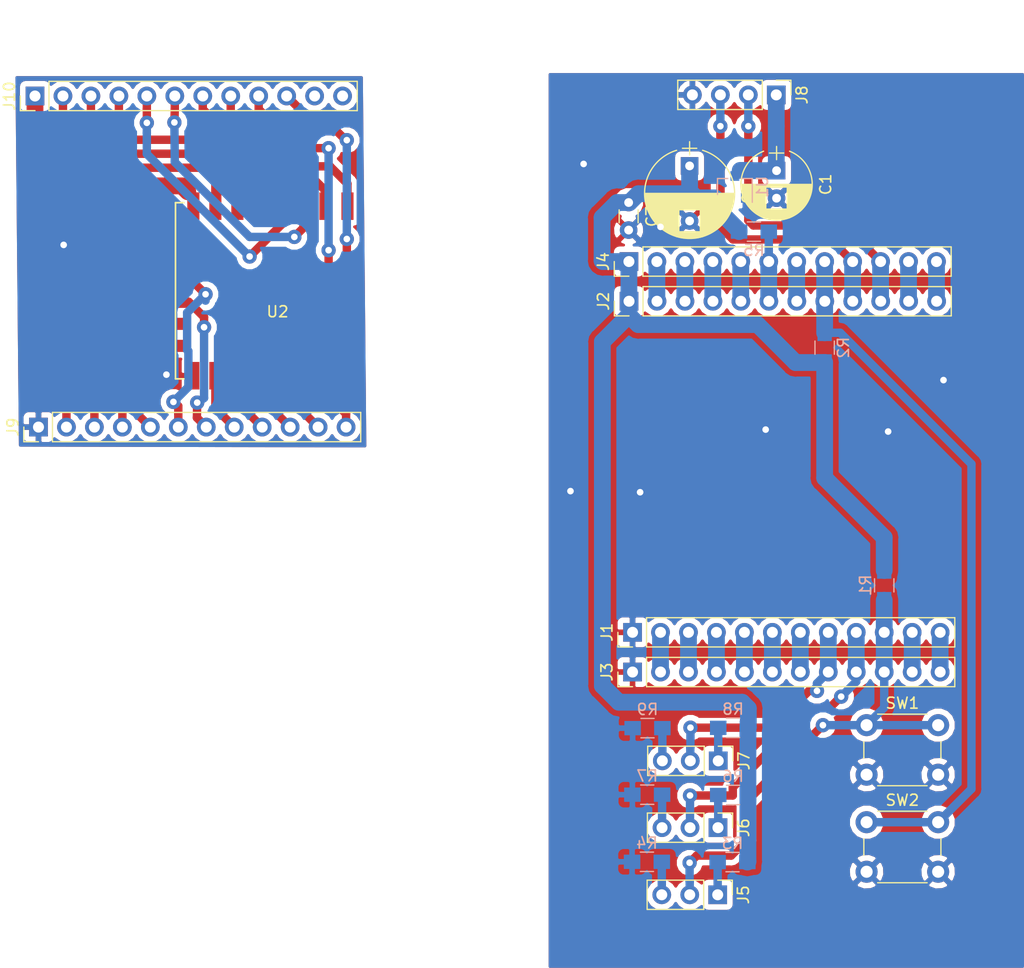
<source format=kicad_pcb>
(kicad_pcb (version 20171130) (host pcbnew "(5.0.0)")
  (layers (0 F.Cu signal) (31 B.Cu signal) (34 B.Paste user) (35 F.Paste user) (36 B.SilkS user) (37 F.SilkS user) (38 B.Mask user) (39 F.Mask user) (44 Edge.Cuts user))
  (net 0 "")
  (net 1 GND)
  (net 2 VBUS)
  (net 3 +3V3)
  (net 4 /SCLK)
  (net 5 /MOSI)
  (net 6 /MISO)
  (net 7 /CS0)
  (net 8 /GPIO9)
  (net 9 /GPIO10)
  (net 10 /GPIO15)
  (net 11 /GPIO2)
  (net 12 /GPIO0)
  (net 13 /GPIO4)
  (net 14 /GPIO5)
  (net 15 "Net-(J2-Pad12)")
  (net 16 "Net-(J2-Pad11)")
  (net 17 /RXD0)
  (net 18 /TXD0)
  (net 19 /RST)
  (net 20 /ADC)
  (net 21 /EN)
  (net 22 /GPIO16)
  (net 23 /GPIO14)
  (net 24 /GPIO12)
  (net 25 /GPIO13)
  (net 26 "Net-(J5-Pad3)")
  (net 27 "Net-(J5-Pad1)")
  (net 28 "Net-(J6-Pad1)")
  (net 29 "Net-(J6-Pad3)")
  (net 30 "Net-(J7-Pad3)")
  (net 31 "Net-(J7-Pad1)")
  (net 32 /esp-12-adapt/GPIO5)
  (net 33 /esp-12-adapt/GPIO4)
  (net 34 /esp-12-adapt/GPIO0)
  (net 35 /esp-12-adapt/GPIO2)
  (net 36 /esp-12-adapt/GPIO15)
  (net 37 /esp-12-adapt/GPIO10)
  (net 38 /esp-12-adapt/GPIO9)
  (net 39 /esp-12-adapt/CS0)
  (net 40 /esp-12-adapt/MISO)
  (net 41 /esp-12-adapt/MOSI)
  (net 42 /esp-12-adapt/SCLK)
  (net 43 /esp-12-adapt/VCC)
  (net 44 /esp-12-adapt/GPIO13)
  (net 45 /esp-12-adapt/GPIO12)
  (net 46 /esp-12-adapt/GPIO14)
  (net 47 /esp-12-adapt/GPIO16)
  (net 48 /esp-12-adapt/EN)
  (net 49 /esp-12-adapt/ADC)
  (net 50 /esp-12-adapt/RST)
  (net 51 /esp-12-adapt/TXD0)
  (net 52 /esp-12-adapt/RXD0)
  (module Capacitors_ThroughHole:C_Disc_D3.0mm_W1.6mm_P2.50mm (layer F.Cu) (at 82.5119 31.5087 270)
    (fp_text reference C3 (at 1.25 -2.11 270) (layer F.SilkS))
    (fp_text value 100n)
    (pad 2 thru_hole circle (at 2.5 0 270) (size 1.6 1.6) (drill 0.8) (layers *.Cu *.Mask) (net 1 GND))
    (pad 1 thru_hole circle (at 0 0 270) (size 1.6 1.6) (drill 0.8) (layers *.Cu *.Mask) (net 3 +3V3))
  )
  (module Pin_Headers:Pin_Header_Straight_1x12_Pitch2.54mm (layer F.Cu) (at 82.8675 70.5485 90)
    (fp_text reference J1 (at 0 -2.33 90) (layer F.SilkS))
    (fp_text value ESP-ADAPT-1)
    (pad 1 thru_hole rect (at 0 0 90) (size 1.7 1.7) (drill 1) (layers *.Cu *.Mask) (net 1 GND))
    (pad 2 thru_hole oval (at 0 2.54 90) (size 1.7 1.7) (drill 1) (layers *.Cu *.Mask) (net 7 /CS0))
    (pad 3 thru_hole oval (at 0 5.08 90) (size 1.7 1.7) (drill 1) (layers *.Cu *.Mask) (net 6 /MISO))
    (pad 4 thru_hole oval (at 0 7.62 90) (size 1.7 1.7) (drill 1) (layers *.Cu *.Mask) (net 5 /MOSI))
    (pad 5 thru_hole oval (at 0 10.16 90) (size 1.7 1.7) (drill 1) (layers *.Cu *.Mask) (net 4 /SCLK))
    (pad 6 thru_hole oval (at 0 12.7 90) (size 1.7 1.7) (drill 1) (layers *.Cu *.Mask) (net 8 /GPIO9))
    (pad 7 thru_hole oval (at 0 15.24 90) (size 1.7 1.7) (drill 1) (layers *.Cu *.Mask) (net 9 /GPIO10))
    (pad 8 thru_hole oval (at 0 17.78 90) (size 1.7 1.7) (drill 1) (layers *.Cu *.Mask) (net 10 /GPIO15))
    (pad 9 thru_hole oval (at 0 20.32 90) (size 1.7 1.7) (drill 1) (layers *.Cu *.Mask) (net 11 /GPIO2))
    (pad 10 thru_hole oval (at 0 22.86 90) (size 1.7 1.7) (drill 1) (layers *.Cu *.Mask) (net 12 /GPIO0))
    (pad 11 thru_hole oval (at 0 25.4 90) (size 1.7 1.7) (drill 1) (layers *.Cu *.Mask) (net 13 /GPIO4))
    (pad 12 thru_hole oval (at 0 27.94 90) (size 1.7 1.7) (drill 1) (layers *.Cu *.Mask) (net 14 /GPIO5))
  )
  (module Pin_Headers:Pin_Header_Straight_1x12_Pitch2.54mm (layer F.Cu) (at 82.547502 40.4749 90)
    (fp_text reference J2 (at 0 -2.33 90) (layer F.SilkS))
    (fp_text value ESP-ADAPT-2)
    (pad 12 thru_hole oval (at 0 27.94 90) (size 1.7 1.7) (drill 1) (layers *.Cu *.Mask) (net 15 "Net-(J2-Pad12)"))
    (pad 11 thru_hole oval (at 0 25.4 90) (size 1.7 1.7) (drill 1) (layers *.Cu *.Mask) (net 16 "Net-(J2-Pad11)"))
    (pad 10 thru_hole oval (at 0 22.86 90) (size 1.7 1.7) (drill 1) (layers *.Cu *.Mask) (net 18 /TXD0))
    (pad 9 thru_hole oval (at 0 20.32 90) (size 1.7 1.7) (drill 1) (layers *.Cu *.Mask) (net 17 /RXD0))
    (pad 8 thru_hole oval (at 0 17.78 90) (size 1.7 1.7) (drill 1) (layers *.Cu *.Mask) (net 19 /RST))
    (pad 7 thru_hole oval (at 0 15.24 90) (size 1.7 1.7) (drill 1) (layers *.Cu *.Mask) (net 20 /ADC))
    (pad 6 thru_hole oval (at 0 12.7 90) (size 1.7 1.7) (drill 1) (layers *.Cu *.Mask) (net 21 /EN))
    (pad 5 thru_hole oval (at 0 10.16 90) (size 1.7 1.7) (drill 1) (layers *.Cu *.Mask) (net 22 /GPIO16))
    (pad 4 thru_hole oval (at 0 7.62 90) (size 1.7 1.7) (drill 1) (layers *.Cu *.Mask) (net 23 /GPIO14))
    (pad 3 thru_hole oval (at 0 5.08 90) (size 1.7 1.7) (drill 1) (layers *.Cu *.Mask) (net 24 /GPIO12))
    (pad 2 thru_hole oval (at 0 2.54 90) (size 1.7 1.7) (drill 1) (layers *.Cu *.Mask) (net 25 /GPIO13))
    (pad 1 thru_hole rect (at 0 0 90) (size 1.7 1.7) (drill 1) (layers *.Cu *.Mask) (net 3 +3V3))
  )
  (module Pin_Headers:Pin_Header_Straight_1x12_Pitch2.54mm (layer F.Cu) (at 82.8675 74.1553 90)
    (fp_text reference J3 (at 0 -2.33 90) (layer F.SilkS))
    (fp_text value ESP-ADAPT-1-DBG)
    (pad 12 thru_hole oval (at 0 27.94 90) (size 1.7 1.7) (drill 1) (layers *.Cu *.Mask) (net 14 /GPIO5))
    (pad 11 thru_hole oval (at 0 25.4 90) (size 1.7 1.7) (drill 1) (layers *.Cu *.Mask) (net 13 /GPIO4))
    (pad 10 thru_hole oval (at 0 22.86 90) (size 1.7 1.7) (drill 1) (layers *.Cu *.Mask) (net 12 /GPIO0))
    (pad 9 thru_hole oval (at 0 20.32 90) (size 1.7 1.7) (drill 1) (layers *.Cu *.Mask) (net 11 /GPIO2))
    (pad 8 thru_hole oval (at 0 17.78 90) (size 1.7 1.7) (drill 1) (layers *.Cu *.Mask) (net 10 /GPIO15))
    (pad 7 thru_hole oval (at 0 15.24 90) (size 1.7 1.7) (drill 1) (layers *.Cu *.Mask) (net 9 /GPIO10))
    (pad 6 thru_hole oval (at 0 12.7 90) (size 1.7 1.7) (drill 1) (layers *.Cu *.Mask) (net 8 /GPIO9))
    (pad 5 thru_hole oval (at 0 10.16 90) (size 1.7 1.7) (drill 1) (layers *.Cu *.Mask) (net 4 /SCLK))
    (pad 4 thru_hole oval (at 0 7.62 90) (size 1.7 1.7) (drill 1) (layers *.Cu *.Mask) (net 5 /MOSI))
    (pad 3 thru_hole oval (at 0 5.08 90) (size 1.7 1.7) (drill 1) (layers *.Cu *.Mask) (net 6 /MISO))
    (pad 2 thru_hole oval (at 0 2.54 90) (size 1.7 1.7) (drill 1) (layers *.Cu *.Mask) (net 7 /CS0))
    (pad 1 thru_hole rect (at 0 0 90) (size 1.7 1.7) (drill 1) (layers *.Cu *.Mask) (net 1 GND))
  )
  (module Pin_Headers:Pin_Header_Straight_1x12_Pitch2.54mm (layer F.Cu) (at 82.5375 36.8685 90)
    (fp_text reference J4 (at 0 -2.33 90) (layer F.SilkS))
    (fp_text value ESP-ADAPT-2-DBG)
    (pad 1 thru_hole rect (at 0 0 90) (size 1.7 1.7) (drill 1) (layers *.Cu *.Mask) (net 3 +3V3))
    (pad 2 thru_hole oval (at 0 2.54 90) (size 1.7 1.7) (drill 1) (layers *.Cu *.Mask) (net 25 /GPIO13))
    (pad 3 thru_hole oval (at 0 5.08 90) (size 1.7 1.7) (drill 1) (layers *.Cu *.Mask) (net 24 /GPIO12))
    (pad 4 thru_hole oval (at 0 7.62 90) (size 1.7 1.7) (drill 1) (layers *.Cu *.Mask) (net 23 /GPIO14))
    (pad 5 thru_hole oval (at 0 10.16 90) (size 1.7 1.7) (drill 1) (layers *.Cu *.Mask) (net 22 /GPIO16))
    (pad 6 thru_hole oval (at 0 12.7 90) (size 1.7 1.7) (drill 1) (layers *.Cu *.Mask) (net 21 /EN))
    (pad 7 thru_hole oval (at 0 15.24 90) (size 1.7 1.7) (drill 1) (layers *.Cu *.Mask) (net 20 /ADC))
    (pad 8 thru_hole oval (at 0 17.78 90) (size 1.7 1.7) (drill 1) (layers *.Cu *.Mask) (net 19 /RST))
    (pad 9 thru_hole oval (at 0 20.32 90) (size 1.7 1.7) (drill 1) (layers *.Cu *.Mask) (net 17 /RXD0))
    (pad 10 thru_hole oval (at 0 22.86 90) (size 1.7 1.7) (drill 1) (layers *.Cu *.Mask) (net 18 /TXD0))
    (pad 11 thru_hole oval (at 0 25.4 90) (size 1.7 1.7) (drill 1) (layers *.Cu *.Mask) (net 16 "Net-(J2-Pad11)"))
    (pad 12 thru_hole oval (at 0 27.94 90) (size 1.7 1.7) (drill 1) (layers *.Cu *.Mask) (net 15 "Net-(J2-Pad12)"))
  )
  (module Pin_Headers:Pin_Header_Straight_1x03_Pitch2.54mm (layer F.Cu) (at 90.600935 94.389253 270)
    (fp_text reference J5 (at 0 -2.33 270) (layer F.SilkS))
    (fp_text value GPIO0-SEL)
    (pad 1 thru_hole rect (at 0 0 270) (size 1.7 1.7) (drill 1) (layers *.Cu *.Mask) (net 27 "Net-(J5-Pad1)"))
    (pad 2 thru_hole oval (at 0 2.54 270) (size 1.7 1.7) (drill 1) (layers *.Cu *.Mask) (net 12 /GPIO0))
    (pad 3 thru_hole oval (at 0 5.08 270) (size 1.7 1.7) (drill 1) (layers *.Cu *.Mask) (net 26 "Net-(J5-Pad3)"))
  )
  (module Pin_Headers:Pin_Header_Straight_1x03_Pitch2.54mm (layer F.Cu) (at 90.626335 88.293253 270)
    (fp_text reference J6 (at 0 -2.33 270) (layer F.SilkS))
    (fp_text value GPIO2-SEL)
    (pad 3 thru_hole oval (at 0 5.08 270) (size 1.7 1.7) (drill 1) (layers *.Cu *.Mask) (net 29 "Net-(J6-Pad3)"))
    (pad 2 thru_hole oval (at 0 2.54 270) (size 1.7 1.7) (drill 1) (layers *.Cu *.Mask) (net 11 /GPIO2))
    (pad 1 thru_hole rect (at 0 0 270) (size 1.7 1.7) (drill 1) (layers *.Cu *.Mask) (net 28 "Net-(J6-Pad1)"))
  )
  (module Pin_Headers:Pin_Header_Straight_1x03_Pitch2.54mm (layer F.Cu) (at 90.651735 82.222653 270)
    (fp_text reference J7 (at 0 -2.33 270) (layer F.SilkS))
    (fp_text value GPIO15-SEL)
    (pad 1 thru_hole rect (at 0 0 270) (size 1.7 1.7) (drill 1) (layers *.Cu *.Mask) (net 31 "Net-(J7-Pad1)"))
    (pad 2 thru_hole oval (at 0 2.54 270) (size 1.7 1.7) (drill 1) (layers *.Cu *.Mask) (net 10 /GPIO15))
    (pad 3 thru_hole oval (at 0 5.08 270) (size 1.7 1.7) (drill 1) (layers *.Cu *.Mask) (net 30 "Net-(J7-Pad3)"))
  )
  (module Pin_Headers:Pin_Header_Straight_1x04_Pitch2.54mm (layer F.Cu) (at 95.9231 21.7297 270)
    (fp_text reference J8 (at 0 -2.33 270) (layer F.SilkS))
    (fp_text value USB-FTDI)
    (pad 4 thru_hole oval (at 0 7.62 270) (size 1.7 1.7) (drill 1) (layers *.Cu *.Mask) (net 1 GND))
    (pad 3 thru_hole oval (at 0 5.08 270) (size 1.7 1.7) (drill 1) (layers *.Cu *.Mask) (net 17 /RXD0))
    (pad 2 thru_hole oval (at 0 2.54 270) (size 1.7 1.7) (drill 1) (layers *.Cu *.Mask) (net 18 /TXD0))
    (pad 1 thru_hole rect (at 0 0 270) (size 1.7 1.7) (drill 1) (layers *.Cu *.Mask) (net 2 VBUS))
  )
  (module Resistors_SMD:R_0805_HandSoldering (layer B.Cu) (at 105.7275 66.2813 270)
    (fp_text reference R1 (at 0 1.7 270) (layer B.SilkS) (effects (justify mirror)))
    (fp_text value 10k)
    (pad 1 smd rect (at -1.35 0 270) (size 1.5 1.3) (layers B.Cu B.Paste B.Mask) (net 3 +3V3))
    (pad 2 smd rect (at 1.35 0 270) (size 1.5 1.3) (layers B.Cu B.Paste B.Mask) (net 12 /GPIO0))
  )
  (module Resistors_SMD:R_0805_HandSoldering (layer B.Cu) (at 100.3173 44.6913 90)
    (fp_text reference R2 (at 0 1.7 90) (layer B.SilkS) (effects (justify mirror)))
    (fp_text value 10k)
    (pad 2 smd rect (at 1.35 0 90) (size 1.5 1.3) (layers B.Cu B.Paste B.Mask) (net 19 /RST))
    (pad 1 smd rect (at -1.35 0 90) (size 1.5 1.3) (layers B.Cu B.Paste B.Mask) (net 3 +3V3))
  )
  (module Resistors_SMD:R_0805_HandSoldering (layer B.Cu) (at 91.947135 91.417453 180)
    (fp_text reference R3 (at 0 1.7 180) (layer B.SilkS) (effects (justify mirror)))
    (fp_text value 10k)
    (pad 2 smd rect (at 1.35 0 180) (size 1.5 1.3) (layers B.Cu B.Paste B.Mask) (net 27 "Net-(J5-Pad1)"))
    (pad 1 smd rect (at -1.35 0 180) (size 1.5 1.3) (layers B.Cu B.Paste B.Mask) (net 3 +3V3))
  )
  (module Resistors_SMD:R_0805_HandSoldering (layer B.Cu) (at 84.174735 91.392053 180)
    (fp_text reference R4 (at 0 1.7 180) (layer B.SilkS) (effects (justify mirror)))
    (fp_text value 10k)
    (pad 1 smd rect (at -1.35 0 180) (size 1.5 1.3) (layers B.Cu B.Paste B.Mask) (net 26 "Net-(J5-Pad3)"))
    (pad 2 smd rect (at 1.35 0 180) (size 1.5 1.3) (layers B.Cu B.Paste B.Mask) (net 1 GND))
  )
  (module Resistors_SMD:R_0805_HandSoldering (layer B.Cu) (at 93.8911 34.1503)
    (fp_text reference R5 (at 0 1.7) (layer B.SilkS) (effects (justify mirror)))
    (fp_text value 10k)
    (pad 2 smd rect (at 1.35 0) (size 1.5 1.3) (layers B.Cu B.Paste B.Mask) (net 21 /EN))
    (pad 1 smd rect (at -1.35 0) (size 1.5 1.3) (layers B.Cu B.Paste B.Mask) (net 3 +3V3))
  )
  (module Resistors_SMD:R_0805_HandSoldering (layer B.Cu) (at 91.997935 85.321453 180)
    (fp_text reference R6 (at 0 1.7 180) (layer B.SilkS) (effects (justify mirror)))
    (fp_text value 10k)
    (pad 2 smd rect (at 1.35 0 180) (size 1.5 1.3) (layers B.Cu B.Paste B.Mask) (net 28 "Net-(J6-Pad1)"))
    (pad 1 smd rect (at -1.35 0 180) (size 1.5 1.3) (layers B.Cu B.Paste B.Mask) (net 3 +3V3))
  )
  (module Resistors_SMD:R_0805_HandSoldering (layer B.Cu) (at 84.200135 85.296053 180)
    (fp_text reference R7 (at 0 1.7 180) (layer B.SilkS) (effects (justify mirror)))
    (fp_text value 10k)
    (pad 1 smd rect (at -1.35 0 180) (size 1.5 1.3) (layers B.Cu B.Paste B.Mask) (net 29 "Net-(J6-Pad3)"))
    (pad 2 smd rect (at 1.35 0 180) (size 1.5 1.3) (layers B.Cu B.Paste B.Mask) (net 1 GND))
  )
  (module Resistors_SMD:R_0805_HandSoldering (layer B.Cu) (at 91.997935 79.225453 180)
    (fp_text reference R8 (at 0 1.7 180) (layer B.SilkS) (effects (justify mirror)))
    (fp_text value 10k)
    (pad 2 smd rect (at 1.35 0 180) (size 1.5 1.3) (layers B.Cu B.Paste B.Mask) (net 31 "Net-(J7-Pad1)"))
    (pad 1 smd rect (at -1.35 0 180) (size 1.5 1.3) (layers B.Cu B.Paste B.Mask) (net 3 +3V3))
  )
  (module Resistors_SMD:R_0805_HandSoldering (layer B.Cu) (at 84.225535 79.250853 180)
    (fp_text reference R9 (at 0 1.7 180) (layer B.SilkS) (effects (justify mirror)))
    (fp_text value 10k)
    (pad 1 smd rect (at -1.35 0 180) (size 1.5 1.3) (layers B.Cu B.Paste B.Mask) (net 30 "Net-(J7-Pad3)"))
    (pad 2 smd rect (at 1.35 0 180) (size 1.5 1.3) (layers B.Cu B.Paste B.Mask) (net 1 GND))
  )
  (module TO_SOT_Packages_SMD:SOT-23 (layer B.Cu) (at 92.1639 30.0863 90)
    (fp_text reference U1 (at 0 2.5 90) (layer B.SilkS) (effects (justify mirror)))
    (fp_text value MCP1700-3302E_SOT23)
    (pad 3 smd rect (at 1 0 90) (size 0.9 0.8) (layers B.Cu B.Paste B.Mask) (net 2 VBUS))
    (pad 2 smd rect (at -1 -0.95 90) (size 0.9 0.8) (layers B.Cu B.Paste B.Mask) (net 3 +3V3))
    (pad 1 smd rect (at -1 0.95 90) (size 0.9 0.8) (layers B.Cu B.Paste B.Mask) (net 1 GND))
  )
  (module Capacitors_ThroughHole:CP_Radial_D6.3mm_P2.50mm (layer F.Cu) (at 95.9485 28.6131 270)
    (fp_text reference C1 (at 1.25 -4.46 270) (layer F.SilkS))
    (fp_text value 47u)
    (pad 2 thru_hole circle (at 2.5 0 270) (size 1.6 1.6) (drill 0.8) (layers *.Cu *.Mask) (net 1 GND))
    (pad 1 thru_hole rect (at 0 0 270) (size 1.6 1.6) (drill 0.8) (layers *.Cu *.Mask) (net 2 VBUS))
  )
  (module Capacitors_ThroughHole:CP_Radial_D8.0mm_P5.00mm (layer F.Cu) (at 88.0491 28.1813 270)
    (fp_text reference C2 (at 2.5 -5.31 270) (layer F.SilkS))
    (fp_text value 220u)
    (pad 2 thru_hole circle (at 5 0 270) (size 1.6 1.6) (drill 0.8) (layers *.Cu *.Mask) (net 1 GND))
    (pad 1 thru_hole rect (at 0 0 270) (size 1.6 1.6) (drill 0.8) (layers *.Cu *.Mask) (net 3 +3V3))
  )
  (module Buttons_Switches_ThroughHole:SW_PUSH_6mm (layer F.Cu) (at 104.1273 78.9813)
    (fp_text reference SW1 (at 3.25 -2) (layer F.SilkS))
    (fp_text value SW-GPIO0)
    (pad 2 thru_hole circle (at 0 4.5 90) (size 2 2) (drill 1.1) (layers *.Cu *.Mask) (net 1 GND))
    (pad 1 thru_hole circle (at 0 0 90) (size 2 2) (drill 1.1) (layers *.Cu *.Mask) (net 12 /GPIO0))
    (pad 2 thru_hole circle (at 6.5 4.5 90) (size 2 2) (drill 1.1) (layers *.Cu *.Mask) (net 1 GND))
    (pad 1 thru_hole circle (at 6.5 0 90) (size 2 2) (drill 1.1) (layers *.Cu *.Mask) (net 12 /GPIO0))
  )
  (module Buttons_Switches_ThroughHole:SW_PUSH_6mm (layer F.Cu) (at 104.1273 87.7951)
    (fp_text reference SW2 (at 3.25 -2) (layer F.SilkS))
    (fp_text value SW-RST)
    (pad 1 thru_hole circle (at 6.5 0 90) (size 2 2) (drill 1.1) (layers *.Cu *.Mask) (net 19 /RST))
    (pad 2 thru_hole circle (at 6.5 4.5 90) (size 2 2) (drill 1.1) (layers *.Cu *.Mask) (net 1 GND))
    (pad 1 thru_hole circle (at 0 0 90) (size 2 2) (drill 1.1) (layers *.Cu *.Mask) (net 19 /RST))
    (pad 2 thru_hole circle (at 0 4.5 90) (size 2 2) (drill 1.1) (layers *.Cu *.Mask) (net 1 GND))
  )
  (module Pin_Headers:Pin_Header_Straight_1x12_Pitch2.54mm (layer F.Cu) (at 28.9052 51.9049 90)
    (fp_text reference J9 (at 0 -2.33 90) (layer F.SilkS))
    (fp_text value ESP-ADAPT-1-SHIELD)
    (pad 1 thru_hole rect (at 0 0 90) (size 1.7 1.7) (drill 1) (layers *.Cu *.Mask) (net 1 GND))
    (pad 2 thru_hole oval (at 0 2.54 90) (size 1.7 1.7) (drill 1) (layers *.Cu *.Mask) (net 39 /esp-12-adapt/CS0))
    (pad 3 thru_hole oval (at 0 5.08 90) (size 1.7 1.7) (drill 1) (layers *.Cu *.Mask) (net 40 /esp-12-adapt/MISO))
    (pad 4 thru_hole oval (at 0 7.62 90) (size 1.7 1.7) (drill 1) (layers *.Cu *.Mask) (net 41 /esp-12-adapt/MOSI))
    (pad 5 thru_hole oval (at 0 10.16 90) (size 1.7 1.7) (drill 1) (layers *.Cu *.Mask) (net 42 /esp-12-adapt/SCLK))
    (pad 6 thru_hole oval (at 0 12.7 90) (size 1.7 1.7) (drill 1) (layers *.Cu *.Mask) (net 38 /esp-12-adapt/GPIO9))
    (pad 7 thru_hole oval (at 0 15.24 90) (size 1.7 1.7) (drill 1) (layers *.Cu *.Mask) (net 37 /esp-12-adapt/GPIO10))
    (pad 8 thru_hole oval (at 0 17.78 90) (size 1.7 1.7) (drill 1) (layers *.Cu *.Mask) (net 36 /esp-12-adapt/GPIO15))
    (pad 9 thru_hole oval (at 0 20.32 90) (size 1.7 1.7) (drill 1) (layers *.Cu *.Mask) (net 35 /esp-12-adapt/GPIO2))
    (pad 10 thru_hole oval (at 0 22.86 90) (size 1.7 1.7) (drill 1) (layers *.Cu *.Mask) (net 34 /esp-12-adapt/GPIO0))
    (pad 11 thru_hole oval (at 0 25.4 90) (size 1.7 1.7) (drill 1) (layers *.Cu *.Mask) (net 33 /esp-12-adapt/GPIO4))
    (pad 12 thru_hole oval (at 0 27.94 90) (size 1.7 1.7) (drill 1) (layers *.Cu *.Mask) (net 32 /esp-12-adapt/GPIO5))
  )
  (module Pin_Headers:Pin_Header_Straight_1x12_Pitch2.54mm (layer F.Cu) (at 28.5877 21.8313 90)
    (fp_text reference J10 (at 0 -2.33 90) (layer F.SilkS))
    (fp_text value ESP-ADAPT-2-SHIELD)
    (pad 12 thru_hole oval (at 0 27.94 90) (size 1.7 1.7) (drill 1) (layers *.Cu *.Mask))
    (pad 11 thru_hole oval (at 0 25.4 90) (size 1.7 1.7) (drill 1) (layers *.Cu *.Mask))
    (pad 10 thru_hole oval (at 0 22.86 90) (size 1.7 1.7) (drill 1) (layers *.Cu *.Mask) (net 51 /esp-12-adapt/TXD0))
    (pad 9 thru_hole oval (at 0 20.32 90) (size 1.7 1.7) (drill 1) (layers *.Cu *.Mask) (net 52 /esp-12-adapt/RXD0))
    (pad 8 thru_hole oval (at 0 17.78 90) (size 1.7 1.7) (drill 1) (layers *.Cu *.Mask) (net 50 /esp-12-adapt/RST))
    (pad 7 thru_hole oval (at 0 15.24 90) (size 1.7 1.7) (drill 1) (layers *.Cu *.Mask) (net 49 /esp-12-adapt/ADC))
    (pad 6 thru_hole oval (at 0 12.7 90) (size 1.7 1.7) (drill 1) (layers *.Cu *.Mask) (net 48 /esp-12-adapt/EN))
    (pad 5 thru_hole oval (at 0 10.16 90) (size 1.7 1.7) (drill 1) (layers *.Cu *.Mask) (net 47 /esp-12-adapt/GPIO16))
    (pad 4 thru_hole oval (at 0 7.62 90) (size 1.7 1.7) (drill 1) (layers *.Cu *.Mask) (net 46 /esp-12-adapt/GPIO14))
    (pad 3 thru_hole oval (at 0 5.08 90) (size 1.7 1.7) (drill 1) (layers *.Cu *.Mask) (net 45 /esp-12-adapt/GPIO12))
    (pad 2 thru_hole oval (at 0 2.54 90) (size 1.7 1.7) (drill 1) (layers *.Cu *.Mask) (net 44 /esp-12-adapt/GPIO13))
    (pad 1 thru_hole rect (at 0 0 90) (size 1.7 1.7) (drill 1) (layers *.Cu *.Mask) (net 43 /esp-12-adapt/VCC))
  )
  (module ESP8266:ESP-12E_SMD (layer F.Cu) (at 56.9722 32.5374 270)
    (fp_text reference U2 (at 8.89 6.35) (layer F.SilkS))
    (fp_text value ESP-12E hide)
    (pad 22 smd rect (at 11.99 15) (size 2.5 1.1) (drill (offset -0.7 0)) (layers F.Cu F.Paste F.Mask) (net 42 /esp-12-adapt/SCLK))
    (pad 21 smd rect (at 9.99 15) (size 2.5 1.1) (drill (offset -0.7 0)) (layers F.Cu F.Paste F.Mask) (net 41 /esp-12-adapt/MOSI))
    (pad 20 smd rect (at 7.99 15) (size 2.5 1.1) (drill (offset -0.7 0)) (layers F.Cu F.Paste F.Mask) (net 37 /esp-12-adapt/GPIO10))
    (pad 19 smd rect (at 5.99 15) (size 2.5 1.1) (drill (offset -0.7 0)) (layers F.Cu F.Paste F.Mask) (net 38 /esp-12-adapt/GPIO9))
    (pad 18 smd rect (at 3.99 15) (size 2.5 1.1) (drill (offset -0.7 0)) (layers F.Cu F.Paste F.Mask) (net 40 /esp-12-adapt/MISO))
    (pad 17 smd rect (at 1.99 15) (size 2.5 1.1) (drill (offset -0.7 0)) (layers F.Cu F.Paste F.Mask) (net 39 /esp-12-adapt/CS0))
    (pad 16 smd rect (at 14 0 270) (size 2.5 1.1) (drill (offset 0.7 0)) (layers F.Cu F.Paste F.Mask) (net 51 /esp-12-adapt/TXD0))
    (pad 15 smd rect (at 14 2 270) (size 2.5 1.1) (drill (offset 0.7 0)) (layers F.Cu F.Paste F.Mask) (net 52 /esp-12-adapt/RXD0))
    (pad 14 smd rect (at 14 4 270) (size 2.5 1.1) (drill (offset 0.7 0)) (layers F.Cu F.Paste F.Mask) (net 32 /esp-12-adapt/GPIO5))
    (pad 13 smd rect (at 14 6 270) (size 2.5 1.1) (drill (offset 0.7 0)) (layers F.Cu F.Paste F.Mask) (net 33 /esp-12-adapt/GPIO4))
    (pad 12 smd rect (at 14 8 270) (size 2.5 1.1) (drill (offset 0.7 0)) (layers F.Cu F.Paste F.Mask) (net 34 /esp-12-adapt/GPIO0))
    (pad 11 smd rect (at 14 10 270) (size 2.5 1.1) (drill (offset 0.7 0)) (layers F.Cu F.Paste F.Mask) (net 35 /esp-12-adapt/GPIO2))
    (pad 10 smd rect (at 14 12 270) (size 2.5 1.1) (drill (offset 0.7 0)) (layers F.Cu F.Paste F.Mask) (net 36 /esp-12-adapt/GPIO15))
    (pad 9 smd rect (at 14 14 270) (size 2.5 1.1) (drill (offset 0.7 0)) (layers F.Cu F.Paste F.Mask) (net 1 GND))
    (pad 8 smd rect (at 0 14 270) (size 2.5 1.1) (drill (offset -0.7 0)) (layers F.Cu F.Paste F.Mask) (net 43 /esp-12-adapt/VCC))
    (pad 7 smd rect (at 0 12 270) (size 2.5 1.1) (drill (offset -0.7 0)) (layers F.Cu F.Paste F.Mask) (net 44 /esp-12-adapt/GPIO13))
    (pad 6 smd rect (at 0 10 270) (size 2.5 1.1) (drill (offset -0.7 0)) (layers F.Cu F.Paste F.Mask) (net 45 /esp-12-adapt/GPIO12))
    (pad 5 smd rect (at 0 8 270) (size 2.5 1.1) (drill (offset -0.7 0)) (layers F.Cu F.Paste F.Mask) (net 46 /esp-12-adapt/GPIO14))
    (pad 4 smd rect (at 0 6 270) (size 2.5 1.1) (drill (offset -0.7 0)) (layers F.Cu F.Paste F.Mask) (net 47 /esp-12-adapt/GPIO16))
    (pad 3 smd rect (at 0 4 270) (size 2.5 1.1) (drill (offset -0.7 0)) (layers F.Cu F.Paste F.Mask) (net 48 /esp-12-adapt/EN))
    (pad 2 smd rect (at 0 2 270) (size 2.5 1.1) (drill (offset -0.7 0)) (layers F.Cu F.Paste F.Mask) (net 49 /esp-12-adapt/ADC))
    (pad 1 smd rect (at 0 0 270) (size 2.5 1.1) (drill (offset -0.7 0)) (layers F.Cu F.Paste F.Mask) (net 50 /esp-12-adapt/RST))
  )
  (via (at 106.0831 52.3113) (size 1.3) (drill 0.6) (layers F.Cu B.Cu) (net 1))
  (via (at 111.1123 47.6377) (size 1.3) (drill 0.6) (layers F.Cu B.Cu) (net 1))
  (via (at 83.5533 57.8231) (size 1.3) (drill 0.6) (layers F.Cu B.Cu) (net 1))
  (via (at 77.2287 57.7215) (size 1.3) (drill 0.6) (layers F.Cu B.Cu) (net 1))
  (via (at 94.9579 52.1335) (size 1.3) (drill 0.6) (layers F.Cu B.Cu) (net 1))
  (via (at 85.4075 33.7185) (size 1.3) (drill 0.6) (layers F.Cu B.Cu) (net 1))
  (via (at 78.4225 28.0035) (size 1.3) (drill 0.6) (layers F.Cu B.Cu) (net 1))
  (via (at 40.5257 47.1424) (size 1.3) (drill 0.6) (layers F.Cu B.Cu) (net 1))
  (via (at 31.1912 35.3568) (size 1.3) (drill 0.6) (layers F.Cu B.Cu) (net 1))
  (segment (start 95.9231 28.5877) (end 95.9485 28.6131) (width 1.524) (layer B.Cu) (net 2))
  (segment (start 95.9231 24.5745) (end 95.9231 28.5877) (width 1.524) (layer B.Cu) (net 2))
  (segment (start 92.1639 29.0863) (end 92.1987 29.0863) (width 0.762) (layer B.Cu) (net 2))
  (segment (start 92.1639 29.0863) (end 92.1639 29.0703) (width 0.762) (layer B.Cu) (net 2))
  (segment (start 92.1639 29.0703) (end 92.6465 28.5877) (width 0.762) (layer B.Cu) (net 2))
  (segment (start 93.5991 28.5877) (end 92.6465 28.5877) (width 1.524) (layer B.Cu) (net 2))
  (segment (start 93.6245 28.6131) (end 93.5991 28.5877) (width 1.524) (layer B.Cu) (net 2))
  (segment (start 95.9485 28.6131) (end 93.6245 28.6131) (width 1.524) (layer B.Cu) (net 2))
  (segment (start 95.9231 24.5745) (end 95.9231 21.7297) (width 1.524) (layer B.Cu) (net 2))
  (segment (start 92.5411 34.1503) (end 92.5411 34.0703) (width 1.524) (layer B.Cu) (net 3))
  (segment (start 92.5411 34.0703) (end 91.1987 32.7279) (width 1.524) (layer B.Cu) (net 3))
  (segment (start 91.2139 32.7127) (end 91.1987 32.7279) (width 0.762) (layer B.Cu) (net 3))
  (segment (start 91.2139 31.0863) (end 91.2139 32.7127) (width 0.762) (layer B.Cu) (net 3))
  (segment (start 91.2139 31.0863) (end 90.3511 31.0863) (width 0.762) (layer B.Cu) (net 3))
  (segment (start 88.6555 31.0863) (end 88.0999 30.5307) (width 1.524) (layer B.Cu) (net 3))
  (segment (start 90.3511 31.0863) (end 88.6555 31.0863) (width 1.524) (layer B.Cu) (net 3))
  (segment (start 87.921899 30.708701) (end 88.0999 30.5307) (width 1.524) (layer B.Cu) (net 3))
  (segment (start 83.388099 30.708701) (end 87.921899 30.708701) (width 1.524) (layer B.Cu) (net 3))
  (segment (start 82.5881 31.5087) (end 83.388099 30.708701) (width 1.524) (layer B.Cu) (net 3))
  (segment (start 82.5375 40.464898) (end 82.547502 40.4749) (width 1.524) (layer B.Cu) (net 3))
  (segment (start 82.5375 36.8685) (end 82.5375 40.464898) (width 1.524) (layer B.Cu) (net 3))
  (segment (start 81.45673 31.5087) (end 80.0989 32.86653) (width 1.524) (layer B.Cu) (net 3))
  (segment (start 82.5881 31.5087) (end 81.45673 31.5087) (width 1.524) (layer B.Cu) (net 3))
  (segment (start 80.1635 36.8685) (end 82.5375 36.8685) (width 1.524) (layer B.Cu) (net 3))
  (segment (start 80.0989 36.8039) (end 80.1635 36.8685) (width 1.524) (layer B.Cu) (net 3))
  (segment (start 80.0989 32.86653) (end 80.0989 36.8039) (width 1.524) (layer B.Cu) (net 3))
  (segment (start 82.547502 40.4749) (end 82.547502 41.755102) (width 1.524) (layer B.Cu) (net 3))
  (segment (start 83.387301 42.594901) (end 94.229901 42.594901) (width 1.524) (layer B.Cu) (net 3))
  (segment (start 82.547502 41.755102) (end 83.387301 42.594901) (width 1.524) (layer B.Cu) (net 3))
  (segment (start 97.6763 46.0413) (end 100.3173 46.0413) (width 1.524) (layer B.Cu) (net 3))
  (segment (start 94.229901 42.594901) (end 97.6763 46.0413) (width 1.524) (layer B.Cu) (net 3))
  (segment (start 82.547502 41.755102) (end 82.527098 41.755102) (width 1.524) (layer B.Cu) (net 3))
  (segment (start 82.527098 41.755102) (end 80.1243 44.1579) (width 1.524) (layer B.Cu) (net 3))
  (segment (start 80.1243 75.398102) (end 81.624698 76.8985) (width 1.524) (layer B.Cu) (net 3))
  (segment (start 80.1243 44.1579) (end 80.1243 75.398102) (width 1.524) (layer B.Cu) (net 3))
  (segment (start 81.624698 76.8985) (end 92.8243 76.8985) (width 1.524) (layer B.Cu) (net 3))
  (segment (start 92.8243 76.8985) (end 93.3831 77.4573) (width 1.524) (layer B.Cu) (net 3))
  (segment (start 93.3831 79.190288) (end 93.347935 79.225453) (width 1.524) (layer B.Cu) (net 3))
  (segment (start 93.3831 77.4573) (end 93.3831 79.190288) (width 1.524) (layer B.Cu) (net 3))
  (segment (start 93.347935 79.225453) (end 93.347935 85.321453) (width 1.524) (layer B.Cu) (net 3))
  (segment (start 93.347935 91.366653) (end 93.297135 91.417453) (width 1.524) (layer B.Cu) (net 3))
  (segment (start 93.347935 85.321453) (end 93.347935 91.366653) (width 1.524) (layer B.Cu) (net 3))
  (segment (start 100.3173 46.0413) (end 100.3173 56.5277) (width 1.524) (layer B.Cu) (net 3))
  (segment (start 105.7275 61.9379) (end 105.7275 64.9313) (width 1.524) (layer B.Cu) (net 3))
  (segment (start 100.3173 56.5277) (end 105.7275 61.9379) (width 1.524) (layer B.Cu) (net 3))
  (segment (start 87.921899 30.632501) (end 87.921899 30.708701) (width 1.524) (layer B.Cu) (net 3))
  (segment (start 88.0491 30.5053) (end 87.921899 30.632501) (width 1.524) (layer B.Cu) (net 3))
  (segment (start 88.0491 28.1813) (end 88.0491 30.5053) (width 1.524) (layer B.Cu) (net 3))
  (segment (start 93.0275 70.5485) (end 93.0275 74.1553) (width 1.524) (layer B.Cu) (net 4))
  (segment (start 90.4875 70.5485) (end 90.4875 74.1553) (width 1.524) (layer B.Cu) (net 5))
  (segment (start 87.9475 70.5485) (end 87.9475 74.1553) (width 1.524) (layer B.Cu) (net 6))
  (segment (start 85.4075 70.5485) (end 85.4075 74.1553) (width 1.524) (layer B.Cu) (net 7))
  (segment (start 95.5675 70.5485) (end 95.5675 74.1553) (width 1.524) (layer B.Cu) (net 8))
  (segment (start 98.1075 70.5485) (end 98.1075 74.1553) (width 1.524) (layer B.Cu) (net 9))
  (segment (start 100.6475 70.5485) (end 100.6475 74.1553) (width 1.524) (layer B.Cu) (net 10))
  (segment (start 88.111735 81.020572) (end 88.1253 81.007007) (width 0.762) (layer B.Cu) (net 10))
  (segment (start 88.111735 82.222653) (end 88.111735 81.020572) (width 0.762) (layer B.Cu) (net 10))
  (via (at 88.1253 79.2099) (size 1.3) (drill 0.6) (layers F.Cu B.Cu) (net 10))
  (segment (start 88.1253 81.007007) (end 88.1253 79.2099) (width 0.762) (layer B.Cu) (net 10))
  (segment (start 88.1253 79.2099) (end 95.5929 79.2099) (width 0.762) (layer F.Cu) (net 10))
  (segment (start 95.5929 79.2099) (end 95.5929 79.1845) (width 0.762) (layer F.Cu) (net 10))
  (segment (start 95.5929 79.2099) (end 95.5929 79.1591) (width 0.762) (layer F.Cu) (net 10))
  (via (at 99.618923 75.8675) (size 1.3) (drill 0.6) (layers F.Cu B.Cu) (net 10))
  (segment (start 95.5929 79.1591) (end 98.8845 75.8675) (width 0.762) (layer F.Cu) (net 10))
  (segment (start 98.8845 75.8675) (end 99.618923 75.8675) (width 0.762) (layer F.Cu) (net 10))
  (segment (start 100.365923 74.436877) (end 100.6475 74.1553) (width 0.762) (layer B.Cu) (net 10))
  (segment (start 99.618923 75.183877) (end 100.6475 74.1553) (width 0.762) (layer B.Cu) (net 10))
  (segment (start 99.618923 75.8675) (end 99.618923 75.183877) (width 0.762) (layer B.Cu) (net 10))
  (segment (start 103.1875 70.5485) (end 103.1875 74.1553) (width 1.524) (layer B.Cu) (net 11))
  (segment (start 88.086335 85.370265) (end 91.972535 85.370265) (width 0.762) (layer F.Cu) (net 11))
  (segment (start 91.972535 85.370265) (end 91.972535 84.626329) (width 0.762) (layer F.Cu) (net 11))
  (segment (start 88.086335 88.293253) (end 88.086335 85.370265) (width 0.762) (layer B.Cu) (net 11))
  (via (at 88.086335 85.370265) (size 1.3) (drill 0.6) (layers F.Cu B.Cu) (net 11))
  (segment (start 91.972535 84.626329) (end 99.192364 77.4065) (width 0.762) (layer F.Cu) (net 11))
  (segment (start 99.192364 77.4065) (end 100.7745 77.4065) (width 0.762) (layer F.Cu) (net 11))
  (via (at 101.8159 76.3905) (size 1.3) (drill 0.6) (layers F.Cu B.Cu) (net 11))
  (segment (start 100.7745 77.4065) (end 101.7905 76.3905) (width 0.762) (layer F.Cu) (net 11))
  (segment (start 101.7905 76.3905) (end 101.8159 76.3905) (width 0.762) (layer F.Cu) (net 11))
  (segment (start 103.1875 75.0189) (end 101.8159 76.3905) (width 0.762) (layer B.Cu) (net 11))
  (segment (start 103.1875 74.1553) (end 103.1875 75.0189) (width 0.762) (layer B.Cu) (net 11))
  (segment (start 105.7275 70.5485) (end 105.7275 74.1553) (width 1.524) (layer B.Cu) (net 12))
  (segment (start 105.7275 67.6313) (end 105.7275 70.5485) (width 1.524) (layer B.Cu) (net 12))
  (segment (start 88.060935 93.187172) (end 88.0491 93.175337) (width 0.762) (layer B.Cu) (net 12))
  (segment (start 88.060935 94.389253) (end 88.060935 93.187172) (width 0.762) (layer B.Cu) (net 12))
  (via (at 88.0491 91.4781) (size 1.3) (drill 0.6) (layers F.Cu B.Cu) (net 12))
  (segment (start 88.0491 93.175337) (end 88.0491 91.4781) (width 0.762) (layer B.Cu) (net 12))
  (segment (start 88.699099 90.828101) (end 91.823299 90.828101) (width 0.762) (layer F.Cu) (net 12))
  (segment (start 88.0491 91.4781) (end 88.699099 90.828101) (width 0.762) (layer F.Cu) (net 12))
  (segment (start 91.823299 90.828101) (end 93.2053 89.4461) (width 0.762) (layer F.Cu) (net 12))
  (segment (start 93.2053 85.933565) (end 100.157565 78.9813) (width 0.762) (layer F.Cu) (net 12))
  (segment (start 93.2053 89.4461) (end 93.2053 85.933565) (width 0.762) (layer F.Cu) (net 12))
  (via (at 100.157565 78.9813) (size 1.3) (drill 0.6) (layers F.Cu B.Cu) (net 12))
  (segment (start 100.157565 78.9813) (end 104.1273 78.9813) (width 0.762) (layer B.Cu) (net 12))
  (segment (start 104.1273 78.9813) (end 110.6273 78.9813) (width 0.762) (layer B.Cu) (net 12))
  (segment (start 105.7275 77.3811) (end 105.7275 74.1553) (width 0.762) (layer B.Cu) (net 12))
  (segment (start 104.1273 78.9813) (end 105.7275 77.3811) (width 0.762) (layer B.Cu) (net 12))
  (segment (start 108.2675 70.5485) (end 108.2675 74.1553) (width 1.524) (layer B.Cu) (net 13))
  (segment (start 110.8075 70.5485) (end 110.8075 74.1553) (width 1.524) (layer B.Cu) (net 14))
  (segment (start 110.4775 40.464898) (end 110.487502 40.4749) (width 1.524) (layer B.Cu) (net 15))
  (segment (start 110.4775 36.8685) (end 110.4775 40.464898) (width 1.524) (layer B.Cu) (net 15))
  (segment (start 107.9375 40.464898) (end 107.947502 40.4749) (width 1.524) (layer B.Cu) (net 16))
  (segment (start 107.9375 36.8685) (end 107.9375 40.464898) (width 1.524) (layer B.Cu) (net 16))
  (segment (start 102.8575 40.464898) (end 102.867502 40.4749) (width 1.524) (layer B.Cu) (net 17))
  (segment (start 102.8575 36.8685) (end 102.8575 40.464898) (width 1.524) (layer B.Cu) (net 17))
  (via (at 90.8431 24.5745) (size 1.3) (drill 0.6) (layers F.Cu B.Cu) (net 17))
  (segment (start 90.8431 24.5745) (end 90.8431 21.7297) (width 0.762) (layer B.Cu) (net 17))
  (segment (start 100.8505 34.8615) (end 102.8575 36.8685) (width 0.762) (layer F.Cu) (net 17))
  (segment (start 91.9861 34.8615) (end 100.8505 34.8615) (width 0.762) (layer F.Cu) (net 17))
  (segment (start 90.8685 33.7439) (end 91.9861 34.8615) (width 0.762) (layer F.Cu) (net 17))
  (segment (start 90.8431 24.5745) (end 90.8685 33.7439) (width 0.762) (layer F.Cu) (net 17))
  (segment (start 105.3975 40.464898) (end 105.407502 40.4749) (width 1.524) (layer B.Cu) (net 18))
  (segment (start 105.3975 36.8685) (end 105.3975 40.464898) (width 1.524) (layer B.Cu) (net 18))
  (via (at 93.3831 24.5745) (size 1.3) (drill 0.6) (layers F.Cu B.Cu) (net 18))
  (segment (start 93.3831 24.5745) (end 93.3831 21.7297) (width 0.762) (layer B.Cu) (net 18))
  (segment (start 102.12049 33.59149) (end 105.3975 36.8685) (width 0.762) (layer F.Cu) (net 18))
  (segment (start 93.84029 33.59149) (end 102.12049 33.59149) (width 0.762) (layer F.Cu) (net 18))
  (segment (start 93.3831 33.1343) (end 93.84029 33.59149) (width 0.762) (layer F.Cu) (net 18))
  (segment (start 93.3831 24.5745) (end 93.3831 33.1343) (width 0.762) (layer F.Cu) (net 18))
  (segment (start 100.3175 40.464898) (end 100.327502 40.4749) (width 1.524) (layer B.Cu) (net 19))
  (segment (start 100.3175 36.8685) (end 100.3175 40.464898) (width 1.524) (layer B.Cu) (net 19))
  (segment (start 100.3173 40.485102) (end 100.327502 40.4749) (width 1.524) (layer B.Cu) (net 19))
  (segment (start 100.3173 43.3413) (end 100.3173 40.485102) (width 1.524) (layer B.Cu) (net 19))
  (segment (start 101.7293 43.3413) (end 113.6523 55.2643) (width 0.762) (layer B.Cu) (net 19))
  (segment (start 100.3173 43.3413) (end 101.7293 43.3413) (width 0.762) (layer B.Cu) (net 19))
  (segment (start 113.6523 84.7701) (end 110.6273 87.7951) (width 0.762) (layer B.Cu) (net 19))
  (segment (start 113.6523 55.2643) (end 113.6523 84.7701) (width 0.762) (layer B.Cu) (net 19))
  (segment (start 110.6273 87.7951) (end 104.1273 87.7951) (width 0.762) (layer B.Cu) (net 19))
  (segment (start 97.7775 40.464898) (end 97.787502 40.4749) (width 1.524) (layer B.Cu) (net 20))
  (segment (start 97.7775 36.8685) (end 97.7775 40.464898) (width 1.524) (layer B.Cu) (net 20))
  (segment (start 95.2375 40.464898) (end 95.247502 40.4749) (width 1.524) (layer B.Cu) (net 21))
  (segment (start 95.2375 36.8685) (end 95.2375 40.464898) (width 1.524) (layer B.Cu) (net 21))
  (segment (start 95.2411 36.8649) (end 95.2375 36.8685) (width 0.762) (layer B.Cu) (net 21))
  (segment (start 95.2411 34.1503) (end 95.2411 36.8649) (width 0.762) (layer B.Cu) (net 21))
  (segment (start 92.6975 40.464898) (end 92.707502 40.4749) (width 1.524) (layer B.Cu) (net 22))
  (segment (start 92.6975 36.8685) (end 92.6975 40.464898) (width 1.524) (layer B.Cu) (net 22))
  (segment (start 90.1575 40.464898) (end 90.167502 40.4749) (width 1.524) (layer B.Cu) (net 23))
  (segment (start 90.1575 36.8685) (end 90.1575 40.464898) (width 1.524) (layer B.Cu) (net 23))
  (segment (start 87.6175 40.464898) (end 87.627502 40.4749) (width 1.524) (layer B.Cu) (net 24))
  (segment (start 87.6175 36.8685) (end 87.6175 40.464898) (width 1.524) (layer B.Cu) (net 24))
  (segment (start 85.0775 40.464898) (end 85.087502 40.4749) (width 1.524) (layer B.Cu) (net 25))
  (segment (start 85.0775 36.8685) (end 85.0775 40.464898) (width 1.524) (layer B.Cu) (net 25))
  (segment (start 85.524735 94.385453) (end 85.520935 94.389253) (width 0.762) (layer B.Cu) (net 26))
  (segment (start 85.524735 91.392053) (end 85.524735 94.385453) (width 0.762) (layer B.Cu) (net 26))
  (segment (start 90.597135 94.385453) (end 90.600935 94.389253) (width 0.762) (layer B.Cu) (net 27))
  (segment (start 90.597135 91.417453) (end 90.597135 94.385453) (width 0.762) (layer B.Cu) (net 27))
  (segment (start 90.647935 88.271653) (end 90.626335 88.293253) (width 0.762) (layer B.Cu) (net 28))
  (segment (start 90.647935 85.321453) (end 90.647935 88.271653) (width 0.762) (layer B.Cu) (net 28))
  (segment (start 85.550135 88.289453) (end 85.546335 88.293253) (width 0.762) (layer B.Cu) (net 29))
  (segment (start 85.550135 85.296053) (end 85.550135 88.289453) (width 0.762) (layer B.Cu) (net 29))
  (segment (start 85.575535 82.218853) (end 85.571735 82.222653) (width 0.762) (layer B.Cu) (net 30))
  (segment (start 85.575535 79.250853) (end 85.575535 82.218853) (width 0.762) (layer B.Cu) (net 30))
  (segment (start 90.647935 82.218853) (end 90.651735 82.222653) (width 0.762) (layer B.Cu) (net 31))
  (segment (start 90.647935 79.225453) (end 90.647935 82.218853) (width 0.762) (layer B.Cu) (net 31))
  (segment (start 52.9722 48.637602) (end 52.9722 46.5374) (width 0.762) (layer F.Cu) (net 32))
  (segment (start 53.710999 49.376401) (end 52.9722 48.637602) (width 0.762) (layer F.Cu) (net 32))
  (segment (start 55.518782 49.376401) (end 53.710999 49.376401) (width 0.762) (layer F.Cu) (net 32))
  (segment (start 56.8452 50.702819) (end 55.518782 49.376401) (width 0.762) (layer F.Cu) (net 32))
  (segment (start 56.8452 51.9049) (end 56.8452 50.702819) (width 0.762) (layer F.Cu) (net 32))
  (segment (start 50.9722 48.5719) (end 50.9722 46.5374) (width 0.762) (layer F.Cu) (net 33))
  (segment (start 54.3052 51.9049) (end 50.9722 48.5719) (width 0.762) (layer F.Cu) (net 33))
  (segment (start 48.9722 49.1119) (end 48.9722 46.5374) (width 0.762) (layer F.Cu) (net 34))
  (segment (start 51.7652 51.9049) (end 48.9722 49.1119) (width 0.762) (layer F.Cu) (net 34))
  (segment (start 46.9722 49.6519) (end 46.9722 46.5374) (width 0.762) (layer F.Cu) (net 35))
  (segment (start 49.2252 51.9049) (end 46.9722 49.6519) (width 0.762) (layer F.Cu) (net 35))
  (segment (start 44.9722 50.1919) (end 44.9722 46.5374) (width 0.762) (layer F.Cu) (net 36))
  (segment (start 46.6852 51.9049) (end 44.9722 50.1919) (width 0.762) (layer F.Cu) (net 36))
  (via (at 43.9452 42.8339) (size 1.3) (drill 0.6) (layers F.Cu B.Cu) (net 37))
  (segment (start 42.557938 40.5274) (end 41.9722 40.5274) (width 0.762) (layer F.Cu) (net 37))
  (segment (start 43.9452 41.914662) (end 42.557938 40.5274) (width 0.762) (layer F.Cu) (net 37))
  (segment (start 43.9452 42.8339) (end 43.9452 41.914662) (width 0.762) (layer F.Cu) (net 37))
  (via (at 43.3197 49.6824) (size 1.3) (drill 0.6) (layers F.Cu B.Cu) (net 37))
  (segment (start 43.9452 49.261902) (end 43.9452 42.8339) (width 0.762) (layer B.Cu) (net 37))
  (segment (start 43.3197 49.6824) (end 43.9452 49.261902) (width 0.762) (layer B.Cu) (net 37))
  (segment (start 43.295201 51.054901) (end 44.1452 51.9049) (width 0.762) (layer F.Cu) (net 37))
  (segment (start 43.3197 49.6824) (end 43.295201 51.054901) (width 0.762) (layer F.Cu) (net 37))
  (via (at 44.0817 39.8399) (size 1.3) (drill 0.6) (layers F.Cu B.Cu) (net 38))
  (segment (start 42.7692 38.5274) (end 41.9722 38.5274) (width 0.762) (layer F.Cu) (net 38))
  (segment (start 44.0817 39.8399) (end 42.7692 38.5274) (width 0.762) (layer F.Cu) (net 38))
  (segment (start 44.0817 40.419678) (end 44.0817 39.8399) (width 0.762) (layer B.Cu) (net 38))
  (segment (start 41.6052 50.702819) (end 41.6052 51.9049) (width 0.762) (layer F.Cu) (net 38))
  (segment (start 41.1607 49.6189) (end 41.1607 49.339081) (width 0.762) (layer B.Cu) (net 38))
  (via (at 41.1607 49.6189) (size 1.3) (drill 0.6) (layers F.Cu B.Cu) (net 38))
  (segment (start 41.1607 49.6189) (end 41.2242 49.6189) (width 0.762) (layer F.Cu) (net 38))
  (segment (start 41.6052 49.9999) (end 41.6052 50.702819) (width 0.762) (layer F.Cu) (net 38))
  (segment (start 41.2242 49.6189) (end 41.6052 49.9999) (width 0.762) (layer F.Cu) (net 38))
  (segment (start 42.406199 41.515401) (end 42.406199 44.895399) (width 0.762) (layer B.Cu) (net 38))
  (segment (start 44.0817 39.8399) (end 42.406199 41.515401) (width 0.762) (layer B.Cu) (net 38))
  (segment (start 42.406199 44.895399) (end 42.5196 45.0088) (width 0.762) (layer B.Cu) (net 38))
  (segment (start 42.5196 48.26) (end 41.1607 49.6189) (width 0.762) (layer B.Cu) (net 38))
  (segment (start 42.5196 45.0088) (end 42.5196 48.26) (width 0.762) (layer B.Cu) (net 38))
  (segment (start 40.075934 34.5274) (end 41.9722 34.5274) (width 0.762) (layer F.Cu) (net 39))
  (segment (start 31.4452 43.158134) (end 40.075934 34.5274) (width 0.762) (layer F.Cu) (net 39))
  (segment (start 31.4452 51.9049) (end 31.4452 43.158134) (width 0.762) (layer F.Cu) (net 39))
  (segment (start 39.871998 36.5274) (end 41.9722 36.5274) (width 0.762) (layer F.Cu) (net 40))
  (segment (start 33.9852 42.414198) (end 39.871998 36.5274) (width 0.762) (layer F.Cu) (net 40))
  (segment (start 33.9852 51.9049) (end 33.9852 42.414198) (width 0.762) (layer F.Cu) (net 40))
  (segment (start 39.725135 42.5274) (end 41.9722 42.5274) (width 0.762) (layer F.Cu) (net 41))
  (segment (start 36.5252 45.727335) (end 39.725135 42.5274) (width 0.762) (layer F.Cu) (net 41))
  (segment (start 36.5252 51.9049) (end 36.5252 45.727335) (width 0.762) (layer F.Cu) (net 41))
  (segment (start 37.79521 50.63491) (end 39.0652 51.9049) (width 0.762) (layer F.Cu) (net 42))
  (segment (start 37.79521 46.253389) (end 37.79521 50.63491) (width 0.762) (layer F.Cu) (net 42))
  (segment (start 41.9722 44.5274) (end 39.5212 44.5274) (width 0.762) (layer F.Cu) (net 42))
  (segment (start 39.5212 44.5274) (end 37.79521 46.253389) (width 0.762) (layer F.Cu) (net 42))
  (segment (start 28.5877 24.2053) (end 34.3798 29.9974) (width 1.524) (layer F.Cu) (net 43))
  (segment (start 28.5877 21.8313) (end 28.5877 24.2053) (width 1.524) (layer F.Cu) (net 43))
  (segment (start 34.3798 29.9974) (end 41.7322 29.9974) (width 1.524) (layer F.Cu) (net 43))
  (segment (start 41.7322 29.9974) (end 41.9354 29.9974) (width 1.524) (layer F.Cu) (net 43))
  (segment (start 41.9354 29.9974) (end 42.4688 30.5308) (width 1.524) (layer F.Cu) (net 43))
  (segment (start 42.9722 31.0342) (end 42.4688 30.5308) (width 1.016) (layer F.Cu) (net 43))
  (segment (start 42.9722 32.5374) (end 42.9722 31.0342) (width 1.016) (layer F.Cu) (net 43))
  (segment (start 31.1277 21.8313) (end 31.1277 24.41042) (width 0.762) (layer F.Cu) (net 44))
  (segment (start 35.06367 28.34639) (end 43.89119 28.34639) (width 0.762) (layer F.Cu) (net 44))
  (segment (start 31.1277 24.41042) (end 35.06367 28.34639) (width 0.762) (layer F.Cu) (net 44))
  (segment (start 44.9722 29.4274) (end 44.9722 32.5374) (width 0.762) (layer F.Cu) (net 44))
  (segment (start 43.89119 28.34639) (end 44.9722 29.4274) (width 0.762) (layer F.Cu) (net 44))
  (segment (start 33.6677 21.8313) (end 33.6677 25.154356) (width 0.762) (layer F.Cu) (net 45))
  (segment (start 35.589724 27.07638) (end 44.52618 27.07638) (width 0.762) (layer F.Cu) (net 45))
  (segment (start 33.6677 25.154356) (end 35.589724 27.07638) (width 0.762) (layer F.Cu) (net 45))
  (segment (start 46.9722 29.631335) (end 46.9722 32.5374) (width 0.762) (layer F.Cu) (net 45))
  (segment (start 45.5422 28.201335) (end 46.9722 29.631335) (width 0.762) (layer F.Cu) (net 45))
  (segment (start 45.5422 28.0924) (end 45.5422 28.201335) (width 0.762) (layer F.Cu) (net 45))
  (segment (start 44.52618 27.07638) (end 45.5422 28.0924) (width 0.762) (layer F.Cu) (net 45))
  (segment (start 48.9722 29.6174) (end 48.9722 32.5374) (width 0.762) (layer F.Cu) (net 46))
  (segment (start 45.16117 25.80637) (end 48.9722 29.6174) (width 0.762) (layer F.Cu) (net 46))
  (segment (start 36.90617 25.80637) (end 45.16117 25.80637) (width 0.762) (layer F.Cu) (net 46))
  (segment (start 36.2077 21.8313) (end 36.2077 25.1079) (width 0.762) (layer F.Cu) (net 46))
  (segment (start 36.2077 25.1079) (end 36.90617 25.80637) (width 0.762) (layer F.Cu) (net 46))
  (segment (start 50.9397 32.5699) (end 50.9722 32.5374) (width 0.762) (layer F.Cu) (net 47))
  (via (at 38.7477 24.26737) (size 1.3) (drill 0.6) (layers F.Cu B.Cu) (net 47))
  (segment (start 38.7477 23.033381) (end 38.7477 24.26737) (width 0.762) (layer F.Cu) (net 47))
  (segment (start 38.7477 21.8313) (end 38.7477 23.033381) (width 0.762) (layer F.Cu) (net 47))
  (segment (start 51.0032 32.5684) (end 50.9722 32.5374) (width 0.762) (layer F.Cu) (net 47))
  (segment (start 48.0822 36.4109) (end 48.064136 36.4109) (width 0.762) (layer B.Cu) (net 47))
  (segment (start 48.064136 36.4109) (end 38.7477 27.094464) (width 0.762) (layer B.Cu) (net 47))
  (segment (start 38.7477 27.094464) (end 38.7477 25.186608) (width 0.762) (layer B.Cu) (net 47))
  (segment (start 38.7477 25.186608) (end 38.7477 24.26737) (width 0.762) (layer B.Cu) (net 47))
  (via (at 48.0822 36.4109) (size 1.3) (drill 0.6) (layers F.Cu B.Cu) (net 47))
  (segment (start 50.9722 33.5209) (end 50.9722 32.5374) (width 0.762) (layer F.Cu) (net 47))
  (segment (start 48.0822 36.4109) (end 50.9722 33.5209) (width 0.762) (layer F.Cu) (net 47))
  (via (at 52.1462 34.6329) (size 1.3) (drill 0.6) (layers F.Cu B.Cu) (net 48))
  (segment (start 52.9717 32.5379) (end 52.9722 32.5374) (width 0.762) (layer F.Cu) (net 48))
  (segment (start 52.9722 33.8069) (end 52.9722 32.5374) (width 0.762) (layer F.Cu) (net 48))
  (segment (start 52.1462 34.6329) (end 52.9722 33.8069) (width 0.762) (layer F.Cu) (net 48))
  (via (at 41.2496 24.2316) (size 1.3) (drill 0.6) (layers F.Cu B.Cu) (net 48))
  (segment (start 48.0822 34.6329) (end 52.1462 34.6329) (width 0.762) (layer B.Cu) (net 48))
  (segment (start 41.2877 27.8384) (end 48.0822 34.6329) (width 0.762) (layer B.Cu) (net 48))
  (segment (start 41.2496 24.2316) (end 41.2877 27.8384) (width 0.762) (layer B.Cu) (net 48))
  (segment (start 41.2877 23.033381) (end 41.2877 21.8313) (width 0.762) (layer F.Cu) (net 48))
  (segment (start 41.2496 24.2316) (end 41.2877 23.033381) (width 0.762) (layer F.Cu) (net 48))
  (segment (start 45.330679 24.53636) (end 45.79616 24.53636) (width 0.762) (layer F.Cu) (net 49))
  (segment (start 43.8277 21.8313) (end 43.8277 23.033381) (width 0.762) (layer F.Cu) (net 49))
  (segment (start 43.8277 23.033381) (end 45.330679 24.53636) (width 0.762) (layer F.Cu) (net 49))
  (segment (start 45.79616 24.53636) (end 50.7492 29.4894) (width 0.762) (layer F.Cu) (net 49))
  (segment (start 54.9722 30.437198) (end 54.9722 32.5374) (width 0.762) (layer F.Cu) (net 49))
  (segment (start 54.024402 29.4894) (end 54.9722 30.437198) (width 0.762) (layer F.Cu) (net 49))
  (segment (start 50.7492 29.4894) (end 54.024402 29.4894) (width 0.762) (layer F.Cu) (net 49))
  (segment (start 51.275255 28.21939) (end 55.38469 28.21939) (width 0.762) (layer F.Cu) (net 50))
  (segment (start 46.3677 21.8313) (end 46.3677 23.311835) (width 0.762) (layer F.Cu) (net 50))
  (segment (start 46.3677 23.311835) (end 51.275255 28.21939) (width 0.762) (layer F.Cu) (net 50))
  (segment (start 56.9722 29.8069) (end 56.9722 32.5374) (width 0.762) (layer F.Cu) (net 50))
  (segment (start 55.38469 28.21939) (end 56.9722 29.8069) (width 0.762) (layer F.Cu) (net 50))
  (segment (start 54.645799 25.029399) (end 56.004699 25.029399) (width 0.762) (layer F.Cu) (net 51))
  (segment (start 51.4477 21.8313) (end 54.645799 25.029399) (width 0.762) (layer F.Cu) (net 51))
  (via (at 56.912591 25.840248) (size 1.3) (drill 0.6) (layers F.Cu B.Cu) (net 51))
  (segment (start 56.004699 25.029399) (end 56.815548 25.840248) (width 0.762) (layer F.Cu) (net 51))
  (segment (start 56.815548 25.840248) (end 56.912591 25.840248) (width 0.762) (layer F.Cu) (net 51))
  (segment (start 56.912591 25.840248) (end 56.912591 34.819509) (width 0.762) (layer B.Cu) (net 51))
  (via (at 56.912591 34.819509) (size 1.3) (drill 0.6) (layers F.Cu B.Cu) (net 51))
  (segment (start 56.912591 46.477791) (end 56.9722 46.5374) (width 0.762) (layer F.Cu) (net 51))
  (segment (start 56.912591 34.819509) (end 56.912591 46.477791) (width 0.762) (layer F.Cu) (net 51))
  (segment (start 48.9077 23.033381) (end 52.442719 26.5684) (width 0.762) (layer F.Cu) (net 52))
  (segment (start 48.9077 21.8313) (end 48.9077 23.033381) (width 0.762) (layer F.Cu) (net 52))
  (via (at 55.2577 26.5684) (size 1.3) (drill 0.6) (layers F.Cu B.Cu) (net 52))
  (segment (start 52.442719 26.5684) (end 55.2577 26.5684) (width 0.762) (layer F.Cu) (net 52))
  (segment (start 55.2577 26.5684) (end 55.2577 35.8394) (width 0.762) (layer B.Cu) (net 52))
  (via (at 55.2577 35.8394) (size 1.3) (drill 0.6) (layers F.Cu B.Cu) (net 52))
  (segment (start 55.2577 46.2519) (end 54.9722 46.5374) (width 0.762) (layer F.Cu) (net 52))
  (segment (start 55.2577 35.8394) (end 55.2577 46.2519) (width 0.762) (layer F.Cu) (net 52))
  (zone (net 1) (net_name GND) (layer B.Cu) (connect_pads (clearance 0.508)) (min_thickness 0.254) (fill yes (arc_segments 16) (thermal_gap 0.508) (thermal_bridge_width 0.508))
    (polygon (pts (xy 75.2475 19.7485) (xy 115.8875 19.7485) (xy 118.4275 19.7485) (xy 118.4275 101.0285) (xy 75.2475 101.0285)))
  )
  (zone (net 1) (net_name GND) (layer F.Cu) (connect_pads (clearance 0.508)) (min_thickness 0.254) (fill yes (arc_segments 16) (thermal_gap 0.508) (thermal_bridge_width 0.508))
    (polygon (pts (xy 75.2475 19.7485) (xy 118.4275 19.7485) (xy 118.4275 101.0285) (xy 75.2475 101.0285)))
  )
  (zone (net 1) (net_name GND) (layer F.Cu) (connect_pads (clearance 0.508)) (min_thickness 0.254) (fill yes (arc_segments 16) (thermal_gap 0.508) (thermal_bridge_width 0.508))
    (polygon (pts (xy 26.8097 20.0279) (xy 58.3692 20.0279) (xy 58.6867 53.7464) (xy 27.1272 53.6829)))
  )
  (zone (net 1) (net_name GND) (layer B.Cu) (connect_pads (clearance 0.508)) (min_thickness 0.254) (fill yes (arc_segments 16) (thermal_gap 0.508) (thermal_bridge_width 0.508))
    (polygon (pts (xy 26.8097 20.0279) (xy 58.3692 20.0279) (xy 58.6867 53.7464) (xy 27.1272 53.6829)))
  )
)
</source>
